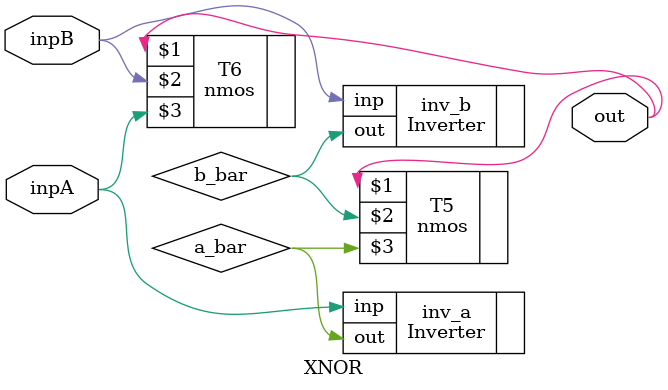
<source format=v>
`timescale 1ns/1ns
module XNOR( input inpA, inpB, output out);
	
	//a bar
	wire a_bar;
	
	Inverter inv_a( .inp( inpA ), .out(a_bar) );

	/*nmos #(3,4,5) T1( a_bar, Gnd, a);
	pmos #(5,6,7) T2( a_bar, Vdd, a);*/
	

	//b bar
	wire b_bar;
	
	Inverter inv_b( .inp( inpB ), .out(b_bar) );
	/*nmos #(3,4,5) T3( b_bar, Gnd, b);
	pmos #(5,6,7) T4( b_bar, Vdd, b);*/


	//pass transistor xnor
	nmos #(3,4,5) T5( out, b_bar, a_bar);
	nmos #(3,4,5) T6( out, inpB, inpA);
endmodule

</source>
